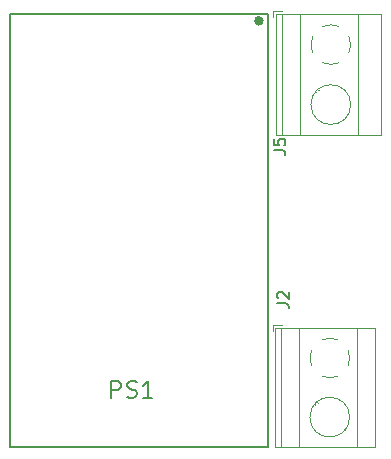
<source format=gto>
G04 #@! TF.GenerationSoftware,KiCad,Pcbnew,5.1.7-a382d34a8~88~ubuntu18.04.1*
G04 #@! TF.CreationDate,2021-11-20T10:26:25+05:30*
G04 #@! TF.ProjectId,BackEnd_switch_Normal_v1,4261636b-456e-4645-9f73-77697463685f,rev?*
G04 #@! TF.SameCoordinates,Original*
G04 #@! TF.FileFunction,Legend,Top*
G04 #@! TF.FilePolarity,Positive*
%FSLAX46Y46*%
G04 Gerber Fmt 4.6, Leading zero omitted, Abs format (unit mm)*
G04 Created by KiCad (PCBNEW 5.1.7-a382d34a8~88~ubuntu18.04.1) date 2021-11-20 10:26:25*
%MOMM*%
%LPD*%
G01*
G04 APERTURE LIST*
%ADD10C,0.400000*%
%ADD11C,0.127000*%
%ADD12C,0.120000*%
%ADD13C,0.150000*%
G04 APERTURE END LIST*
D10*
X140695000Y-98905000D02*
G75*
G03*
X140695000Y-98905000I-200000J0D01*
G01*
D11*
X119429000Y-134973000D02*
X119429000Y-98309000D01*
X141241000Y-134973000D02*
X119429000Y-134973000D01*
X141257000Y-98309000D02*
X141241000Y-134973000D01*
X119429000Y-98309000D02*
X141257000Y-98309000D01*
D12*
X148263000Y-106002000D02*
G75*
G03*
X148263000Y-106002000I-1680000J0D01*
G01*
X142483000Y-98322000D02*
X142483000Y-108602000D01*
X143983000Y-98322000D02*
X143983000Y-108602000D01*
X148884000Y-98322000D02*
X148884000Y-108602000D01*
X150828000Y-98322000D02*
X150828000Y-108602000D01*
X141923000Y-98322000D02*
X141923000Y-108602000D01*
X150828000Y-98322000D02*
X141923000Y-98322000D01*
X150828000Y-108602000D02*
X141923000Y-108602000D01*
X147652000Y-107277000D02*
X147606000Y-107230000D01*
X145344000Y-104968000D02*
X145309000Y-104933000D01*
X147858000Y-107072000D02*
X147822000Y-107037000D01*
X145560000Y-104775000D02*
X145514000Y-104728000D01*
X142423000Y-98082000D02*
X141683000Y-98082000D01*
X141683000Y-98082000D02*
X141683000Y-98582000D01*
X145048244Y-101605318D02*
G75*
G02*
X144903000Y-100922000I1534756J683318D01*
G01*
X147266042Y-102457426D02*
G75*
G02*
X145899000Y-102457000I-683042J1535426D01*
G01*
X148118426Y-100238958D02*
G75*
G02*
X148118000Y-101606000I-1535426J-683042D01*
G01*
X145899958Y-99386574D02*
G75*
G02*
X147267000Y-99387000I683042J-1535426D01*
G01*
X144902747Y-100950805D02*
G75*
G02*
X145048000Y-100238000I1680253J28805D01*
G01*
X141671000Y-124660000D02*
X141671000Y-125174000D01*
X142411000Y-124660000D02*
X141671000Y-124660000D01*
X145474000Y-131233000D02*
X145428000Y-131186000D01*
X147772000Y-133530000D02*
X147736000Y-133495000D01*
X145258000Y-131426000D02*
X145223000Y-131391000D01*
X147566000Y-133735000D02*
X147520000Y-133688000D01*
X150307000Y-135020000D02*
X141837000Y-135020000D01*
X150307000Y-124900000D02*
X141837000Y-124900000D01*
X141837000Y-124900000D02*
X141837000Y-135020000D01*
X150307000Y-124900000D02*
X150307000Y-135020000D01*
X148798000Y-124900000D02*
X148798000Y-135020000D01*
X143897000Y-124900000D02*
X143897000Y-135020000D01*
X142397000Y-124900000D02*
X142397000Y-135020000D01*
X148177000Y-132460000D02*
G75*
G03*
X148177000Y-132460000I-1680000J0D01*
G01*
X144962244Y-128143318D02*
G75*
G02*
X144817000Y-127460000I1534756J683318D01*
G01*
X147180042Y-128995426D02*
G75*
G02*
X145813000Y-128995000I-683042J1535426D01*
G01*
X148032426Y-126776958D02*
G75*
G02*
X148032000Y-128144000I-1535426J-683042D01*
G01*
X145813958Y-125924574D02*
G75*
G02*
X147181000Y-125925000I683042J-1535426D01*
G01*
X144816747Y-127488805D02*
G75*
G02*
X144962000Y-126776000I1680253J28805D01*
G01*
D13*
X128010160Y-130803193D02*
X128010160Y-129403193D01*
X128543493Y-129403193D01*
X128676826Y-129469860D01*
X128743493Y-129536526D01*
X128810160Y-129669860D01*
X128810160Y-129869860D01*
X128743493Y-130003193D01*
X128676826Y-130069860D01*
X128543493Y-130136526D01*
X128010160Y-130136526D01*
X129343493Y-130736526D02*
X129543493Y-130803193D01*
X129876826Y-130803193D01*
X130010160Y-130736526D01*
X130076826Y-130669860D01*
X130143493Y-130536526D01*
X130143493Y-130403193D01*
X130076826Y-130269860D01*
X130010160Y-130203193D01*
X129876826Y-130136526D01*
X129610160Y-130069860D01*
X129476826Y-130003193D01*
X129410160Y-129936526D01*
X129343493Y-129803193D01*
X129343493Y-129669860D01*
X129410160Y-129536526D01*
X129476826Y-129469860D01*
X129610160Y-129403193D01*
X129943493Y-129403193D01*
X130143493Y-129469860D01*
X131476826Y-130803193D02*
X130676826Y-130803193D01*
X131076826Y-130803193D02*
X131076826Y-129403193D01*
X130943493Y-129603193D01*
X130810160Y-129736526D01*
X130676826Y-129803193D01*
X141734940Y-109881173D02*
X142449226Y-109881173D01*
X142592083Y-109928792D01*
X142687321Y-110024030D01*
X142734940Y-110166887D01*
X142734940Y-110262125D01*
X141734940Y-108928792D02*
X141734940Y-109404982D01*
X142211131Y-109452601D01*
X142163512Y-109404982D01*
X142115893Y-109309744D01*
X142115893Y-109071649D01*
X142163512Y-108976411D01*
X142211131Y-108928792D01*
X142306369Y-108881173D01*
X142544464Y-108881173D01*
X142639702Y-108928792D01*
X142687321Y-108976411D01*
X142734940Y-109071649D01*
X142734940Y-109309744D01*
X142687321Y-109404982D01*
X142639702Y-109452601D01*
X142025120Y-122840073D02*
X142739406Y-122840073D01*
X142882263Y-122887692D01*
X142977501Y-122982930D01*
X143025120Y-123125787D01*
X143025120Y-123221025D01*
X142120359Y-122411501D02*
X142072740Y-122363882D01*
X142025120Y-122268644D01*
X142025120Y-122030549D01*
X142072740Y-121935311D01*
X142120359Y-121887692D01*
X142215597Y-121840073D01*
X142310835Y-121840073D01*
X142453692Y-121887692D01*
X143025120Y-122459120D01*
X143025120Y-121840073D01*
M02*

</source>
